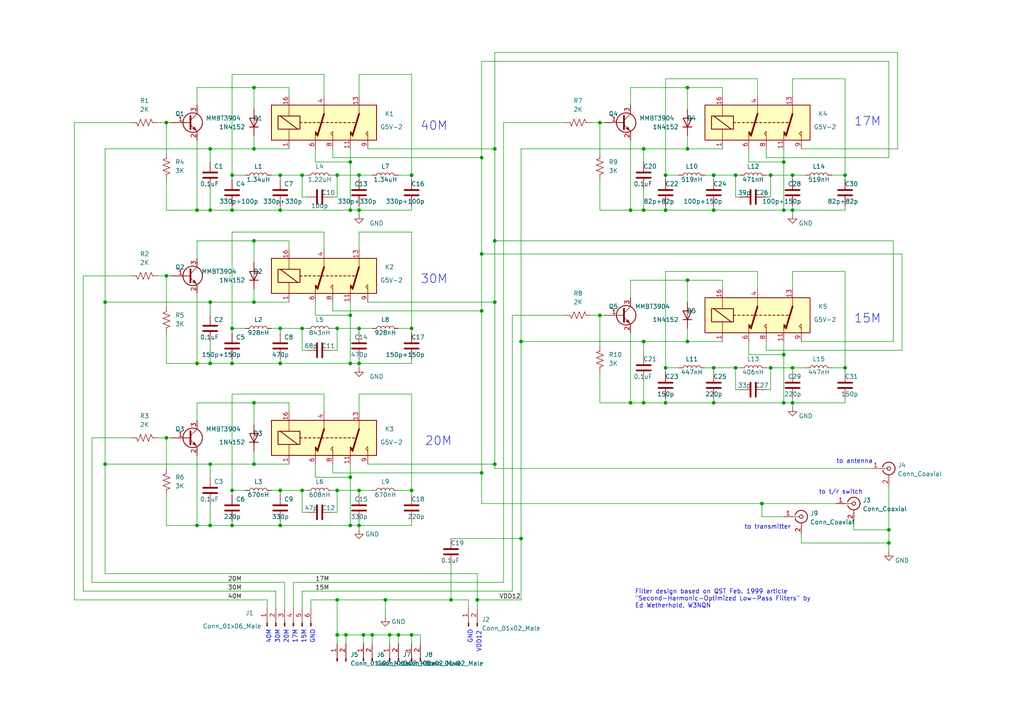
<source format=kicad_sch>
(kicad_sch (version 20211123) (generator eeschema)
  (paper "A4")
  (lib_symbols
    (symbol "Connector:Conn_01x02_Male" (pin_names (offset 1.016) hide)
      (property "Reference" "J" (at 0 2.54 0))
      (property "Value" "Conn_01x02_Male" (at 0 -5.08 0))
      (symbol "Conn_01x02_Male_1_1"
        (pin passive line (at 5.08 0 180) (length 3.81) (name "Pin_1") (number "1"))
        (pin passive line (at 5.08 -2.54 180) (length 3.81) (name "Pin_2") (number "2"))
      )
    )
    (symbol "Connector:Conn_01x06_Male" (pin_names (offset 1.016) hide)
      (property "Reference" "J" (at 0 7.62 0))
      (property "Value" "Conn_01x06_Male" (at 0 -10.16 0))
      (symbol "Conn_01x06_Male_1_1"
        (pin passive line (at 5.08 5.08 180) (length 3.81) (name "Pin_1") (number "1"))
        (pin passive line (at 5.08 2.54 180) (length 3.81) (name "Pin_2") (number "2"))
        (pin passive line (at 5.08 0 180) (length 3.81) (name "Pin_3") (number "3"))
        (pin passive line (at 5.08 -2.54 180) (length 3.81) (name "Pin_4") (number "4"))
        (pin passive line (at 5.08 -5.08 180) (length 3.81) (name "Pin_5") (number "5"))
        (pin passive line (at 5.08 -7.62 180) (length 3.81) (name "Pin_6") (number "6"))
      )
    )
    (symbol "Connector:Conn_Coaxial" (pin_names (offset 1.016) hide)
      (property "Reference" "J" (at 0.254 3.048 0))
      (property "Value" "Conn_Coaxial" (at 2.921 0 90))
      (symbol "Conn_Coaxial_1_1"
        (pin passive line (at -5.08 0 0) (length 2.54) (name "In") (number "1"))
        (pin passive line (at 0 -5.08 90) (length 2.54) (name "Ext") (number "2"))
      )
    )
    (symbol "Device:C" (pin_numbers hide) (pin_names (offset 0.254))
      (property "Reference" "C" (at 0.635 2.54 0))
      (property "Value" "C" (at 0.635 -2.54 0))
      (symbol "C_1_1"
        (pin passive line (at 0 3.81 270) (length 2.794) (name "~") (number "1"))
        (pin passive line (at 0 -3.81 90) (length 2.794) (name "~") (number "2"))
      )
    )
    (symbol "Device:D" (pin_numbers hide) (pin_names (offset 1.016) hide)
      (property "Reference" "D" (at 0 2.54 0))
      (property "Value" "D" (at 0 -2.54 0))
      (symbol "D_1_1"
        (pin passive line (at -3.81 0 0) (length 2.54) (name "K") (number "1"))
        (pin passive line (at 3.81 0 180) (length 2.54) (name "A") (number "2"))
      )
    )
    (symbol "Device:L" (pin_numbers hide) (pin_names (offset 1.016) hide)
      (property "Reference" "L" (at -1.27 0 90))
      (property "Value" "L" (at 1.905 0 90))
      (symbol "L_1_1"
        (pin passive line (at 0 3.81 270) (length 1.27) (name "1") (number "1"))
        (pin passive line (at 0 -3.81 90) (length 1.27) (name "2") (number "2"))
      )
    )
    (symbol "Device:Q_NPN_BEC" (pin_names (offset 0) hide)
      (property "Reference" "Q" (at 5.08 1.27 0))
      (property "Value" "Q_NPN_BEC" (at 5.08 -1.27 0))
      (symbol "Q_NPN_BEC_1_1"
        (pin input line (at -5.08 0 0) (length 5.715) (name "B") (number "1"))
        (pin passive line (at 2.54 -5.08 90) (length 2.54) (name "E") (number "2"))
        (pin passive line (at 2.54 5.08 270) (length 2.54) (name "C") (number "3"))
      )
    )
    (symbol "Device:R_US" (pin_numbers hide) (pin_names (offset 0))
      (property "Reference" "R" (at 2.54 0 90))
      (property "Value" "R_US" (at -2.54 0 90))
      (symbol "R_US_1_1"
        (pin passive line (at 0 3.81 270) (length 1.27) (name "~") (number "1"))
        (pin passive line (at 0 -3.81 90) (length 1.27) (name "~") (number "2"))
      )
    )
    (symbol "Relay:G5V-2"
      (property "Reference" "K" (at 16.51 3.81 0))
      (property "Value" "G5V-2" (at 16.51 1.27 0))
      (symbol "G5V-2_1_1"
        (pin passive line (at -10.16 7.62 270) (length 2.54) (name "~") (number "1"))
        (pin passive line (at 7.62 7.62 270) (length 2.54) (name "~") (number "11"))
        (pin passive line (at 10.16 -7.62 90) (length 2.54) (name "~") (number "13"))
        (pin passive line (at -10.16 -7.62 90) (length 2.54) (name "~") (number "16"))
        (pin passive line (at 0 -7.62 90) (length 2.54) (name "~") (number "4"))
        (pin passive line (at -2.54 7.62 270) (length 2.54) (name "~") (number "6"))
        (pin passive line (at 2.54 7.62 270) (length 2.54) (name "~") (number "8"))
        (pin passive line (at 12.7 7.62 270) (length 2.54) (name "~") (number "9"))
      )
    )
    (symbol "power:GND" (power) (pin_names (offset 0))
      (property "Value" "GND" (at 0 -3.81 0))
      (symbol "GND_1_1"
        (pin power_in line (at 0 0 270) (length 0) hide (name "GND") (number "1"))
      )
    )
  )
  (junction (at 30.48 87.63))
  (junction (at 67.31 95.25))
  (junction (at 207.01 50.8))
  (junction (at 193.04 60.96))
  (junction (at 101.6 138.43))
  (junction (at 115.57 184.15))
  (junction (at 81.28 50.8))
  (junction (at 223.52 50.8))
  (junction (at 182.88 116.84))
  (junction (at 193.04 106.68))
  (junction (at 73.66 87.63))
  (junction (at 143.51 43.18))
  (junction (at 143.51 87.63))
  (junction (at 73.66 43.18))
  (junction (at 186.69 43.18))
  (junction (at 227.33 60.96))
  (junction (at 81.28 142.24))
  (junction (at 104.14 95.25))
  (junction (at 87.63 95.25))
  (junction (at 104.14 50.8))
  (junction (at 207.01 116.84))
  (junction (at 81.28 105.41))
  (junction (at 229.87 116.84))
  (junction (at 186.69 60.96))
  (junction (at 257.81 153.67))
  (junction (at 113.03 184.15))
  (junction (at 97.79 95.25))
  (junction (at 245.11 106.68))
  (junction (at 199.39 43.18))
  (junction (at 81.28 152.4))
  (junction (at 67.31 105.41))
  (junction (at 73.66 134.62))
  (junction (at 193.04 116.84))
  (junction (at 67.31 142.24))
  (junction (at 60.96 87.63))
  (junction (at 101.6 60.96))
  (junction (at 207.01 60.96))
  (junction (at 73.66 25.4))
  (junction (at 173.99 91.44))
  (junction (at 186.69 99.06))
  (junction (at 151.13 156.21))
  (junction (at 60.96 105.41))
  (junction (at 48.26 35.56))
  (junction (at 107.95 184.15))
  (junction (at 139.7 137.16))
  (junction (at 104.14 152.4))
  (junction (at 101.6 152.4))
  (junction (at 101.6 46.99))
  (junction (at 229.87 106.68))
  (junction (at 67.31 152.4))
  (junction (at 139.7 90.17))
  (junction (at 257.81 157.48))
  (junction (at 143.51 69.85))
  (junction (at 143.51 134.62))
  (junction (at 101.6 105.41))
  (junction (at 173.99 35.56))
  (junction (at 182.88 60.96))
  (junction (at 60.96 152.4))
  (junction (at 104.14 105.41))
  (junction (at 97.79 142.24))
  (junction (at 229.87 60.96))
  (junction (at 67.31 50.8))
  (junction (at 87.63 50.8))
  (junction (at 97.79 50.8))
  (junction (at 97.79 173.99))
  (junction (at 57.15 60.96))
  (junction (at 60.96 60.96))
  (junction (at 138.43 173.99))
  (junction (at 67.31 60.96))
  (junction (at 81.28 60.96))
  (junction (at 97.79 184.15))
  (junction (at 229.87 50.8))
  (junction (at 199.39 25.4))
  (junction (at 105.41 184.15))
  (junction (at 193.04 50.8))
  (junction (at 119.38 95.25))
  (junction (at 60.96 43.18))
  (junction (at 87.63 142.24))
  (junction (at 73.66 69.85))
  (junction (at 48.26 127))
  (junction (at 101.6 91.44))
  (junction (at 220.98 146.05))
  (junction (at 100.33 184.15))
  (junction (at 130.81 173.99))
  (junction (at 199.39 99.06))
  (junction (at 57.15 105.41))
  (junction (at 81.28 95.25))
  (junction (at 119.38 184.15))
  (junction (at 223.52 106.68))
  (junction (at 227.33 102.87))
  (junction (at 227.33 46.99))
  (junction (at 111.76 173.99))
  (junction (at 245.11 50.8))
  (junction (at 30.48 134.62))
  (junction (at 213.36 106.68))
  (junction (at 119.38 50.8))
  (junction (at 104.14 60.96))
  (junction (at 57.15 152.4))
  (junction (at 119.38 142.24))
  (junction (at 186.69 116.84))
  (junction (at 213.36 50.8))
  (junction (at 139.7 73.66))
  (junction (at 139.7 45.72))
  (junction (at 73.66 116.84))
  (junction (at 227.33 116.84))
  (junction (at 48.26 80.01))
  (junction (at 207.01 106.68))
  (junction (at 199.39 81.28))
  (junction (at 104.14 142.24))
  (junction (at 60.96 134.62))
  (junction (at 151.13 99.06))
  (wire (pts (xy 229.87 106.68) (xy 229.87 107.95)))
  (wire (pts (xy 227.33 99.06) (xy 227.33 102.87)))
  (wire (pts (xy 100.33 184.15) (xy 97.79 184.15)))
  (wire (pts (xy 96.52 148.59) (xy 97.79 148.59)))
  (wire (pts (xy 90.17 176.53) (xy 90.17 173.99)))
  (wire (pts (xy 151.13 43.18) (xy 151.13 99.06)))
  (wire (pts (xy 245.11 59.69) (xy 245.11 60.96)))
  (wire (pts (xy 130.81 163.83) (xy 130.81 173.99)))
  (wire (pts (xy 83.82 69.85) (xy 83.82 72.39)))
  (wire (pts (xy 163.83 35.56) (xy 146.05 35.56)))
  (wire (pts (xy 38.1 80.01) (xy 24.13 80.01)))
  (wire (pts (xy 30.48 87.63) (xy 30.48 43.18)))
  (wire (pts (xy 135.89 176.53) (xy 135.89 173.99)))
  (wire (pts (xy 229.87 59.69) (xy 229.87 60.96)))
  (wire (pts (xy 101.6 152.4) (xy 104.14 152.4)))
  (wire (pts (xy 182.88 40.64) (xy 182.88 60.96)))
  (wire (pts (xy 67.31 50.8) (xy 67.31 52.07)))
  (wire (pts (xy 119.38 21.59) (xy 119.38 50.8)))
  (wire (pts (xy 71.12 142.24) (xy 67.31 142.24)))
  (wire (pts (xy 119.38 60.96) (xy 104.14 60.96)))
  (wire (pts (xy 207.01 50.8) (xy 204.47 50.8)))
  (wire (pts (xy 96.52 43.18) (xy 96.52 45.72)))
  (wire (pts (xy 119.38 21.59) (xy 104.14 21.59)))
  (wire (pts (xy 48.26 105.41) (xy 57.15 105.41)))
  (wire (pts (xy 219.71 22.86) (xy 219.71 27.94)))
  (wire (pts (xy 193.04 60.96) (xy 193.04 59.69)))
  (wire (pts (xy 48.26 143.51) (xy 48.26 152.4)))
  (wire (pts (xy 223.52 50.8) (xy 222.25 50.8)))
  (wire (pts (xy 87.63 57.15) (xy 87.63 50.8)))
  (wire (pts (xy 88.9 95.25) (xy 87.63 95.25)))
  (wire (pts (xy 91.44 134.62) (xy 91.44 138.43)))
  (wire (pts (xy 105.41 184.15) (xy 105.41 186.69)))
  (wire (pts (xy 96.52 90.17) (xy 139.7 90.17)))
  (wire (pts (xy 104.14 114.3) (xy 104.14 119.38)))
  (wire (pts (xy 88.9 50.8) (xy 87.63 50.8)))
  (wire (pts (xy 73.66 87.63) (xy 60.96 87.63)))
  (wire (pts (xy 30.48 134.62) (xy 30.48 166.37)))
  (wire (pts (xy 67.31 60.96) (xy 67.31 59.69)))
  (wire (pts (xy 83.82 134.62) (xy 73.66 134.62)))
  (wire (pts (xy 182.88 25.4) (xy 199.39 25.4)))
  (wire (pts (xy 57.15 85.09) (xy 57.15 105.41)))
  (wire (pts (xy 96.52 87.63) (xy 96.52 90.17)))
  (wire (pts (xy 207.01 106.68) (xy 204.47 106.68)))
  (wire (pts (xy 186.69 110.49) (xy 186.69 116.84)))
  (wire (pts (xy 97.79 184.15) (xy 97.79 186.69)))
  (wire (pts (xy 209.55 81.28) (xy 209.55 83.82)))
  (wire (pts (xy 229.87 22.86) (xy 229.87 27.94)))
  (wire (pts (xy 207.01 50.8) (xy 207.01 52.07)))
  (wire (pts (xy 101.6 43.18) (xy 101.6 46.99)))
  (wire (pts (xy 213.36 57.15) (xy 213.36 50.8)))
  (wire (pts (xy 173.99 52.07) (xy 173.99 60.96)))
  (wire (pts (xy 213.36 113.03) (xy 213.36 106.68)))
  (wire (pts (xy 113.03 184.15) (xy 113.03 186.69)))
  (wire (pts (xy 151.13 156.21) (xy 151.13 173.99)))
  (wire (pts (xy 186.69 43.18) (xy 186.69 46.99)))
  (wire (pts (xy 115.57 184.15) (xy 113.03 184.15)))
  (wire (pts (xy 97.79 57.15) (xy 97.79 50.8)))
  (wire (pts (xy 119.38 152.4) (xy 104.14 152.4)))
  (wire (pts (xy 245.11 107.95) (xy 245.11 106.68)))
  (wire (pts (xy 227.33 43.18) (xy 227.33 46.99)))
  (wire (pts (xy 227.33 46.99) (xy 217.17 46.99)))
  (wire (pts (xy 96.52 134.62) (xy 96.52 137.16)))
  (wire (pts (xy 48.26 88.9) (xy 48.26 80.01)))
  (wire (pts (xy 207.01 115.57) (xy 207.01 116.84)))
  (wire (pts (xy 193.04 116.84) (xy 193.04 115.57)))
  (wire (pts (xy 104.14 151.13) (xy 104.14 152.4)))
  (wire (pts (xy 222.25 57.15) (xy 223.52 57.15)))
  (wire (pts (xy 214.63 50.8) (xy 213.36 50.8)))
  (wire (pts (xy 67.31 105.41) (xy 67.31 104.14)))
  (wire (pts (xy 196.85 50.8) (xy 193.04 50.8)))
  (wire (pts (xy 261.62 101.6) (xy 222.25 101.6)))
  (wire (pts (xy 73.66 25.4) (xy 83.82 25.4)))
  (wire (pts (xy 97.79 142.24) (xy 96.52 142.24)))
  (wire (pts (xy 101.6 46.99) (xy 101.6 60.96)))
  (wire (pts (xy 245.11 78.74) (xy 229.87 78.74)))
  (wire (pts (xy 209.55 99.06) (xy 199.39 99.06)))
  (wire (pts (xy 73.66 134.62) (xy 60.96 134.62)))
  (wire (pts (xy 245.11 22.86) (xy 245.11 50.8)))
  (wire (pts (xy 67.31 67.31) (xy 93.98 67.31)))
  (wire (pts (xy 57.15 132.08) (xy 57.15 152.4)))
  (wire (pts (xy 245.11 22.86) (xy 229.87 22.86)))
  (wire (pts (xy 186.69 99.06) (xy 186.69 102.87)))
  (wire (pts (xy 182.88 30.48) (xy 182.88 25.4)))
  (wire (pts (xy 100.33 184.15) (xy 100.33 186.69)))
  (wire (pts (xy 173.99 44.45) (xy 173.99 35.56)))
  (wire (pts (xy 182.88 86.36) (xy 182.88 81.28)))
  (wire (pts (xy 143.51 15.24) (xy 143.51 43.18)))
  (wire (pts (xy 81.28 152.4) (xy 101.6 152.4)))
  (wire (pts (xy 143.51 87.63) (xy 143.51 134.62)))
  (wire (pts (xy 81.28 104.14) (xy 81.28 105.41)))
  (wire (pts (xy 186.69 116.84) (xy 193.04 116.84)))
  (wire (pts (xy 220.98 146.05) (xy 242.57 146.05)))
  (wire (pts (xy 38.1 35.56) (xy 21.59 35.56)))
  (wire (pts (xy 186.69 54.61) (xy 186.69 60.96)))
  (wire (pts (xy 24.13 171.45) (xy 80.01 171.45)))
  (wire (pts (xy 173.99 107.95) (xy 173.99 116.84)))
  (wire (pts (xy 227.33 102.87) (xy 217.17 102.87)))
  (wire (pts (xy 209.55 43.18) (xy 199.39 43.18)))
  (wire (pts (xy 196.85 106.68) (xy 193.04 106.68)))
  (wire (pts (xy 38.1 127) (xy 26.67 127)))
  (wire (pts (xy 67.31 67.31) (xy 67.31 95.25)))
  (wire (pts (xy 57.15 116.84) (xy 73.66 116.84)))
  (wire (pts (xy 163.83 91.44) (xy 148.59 91.44)))
  (wire (pts (xy 146.05 35.56) (xy 146.05 168.91)))
  (wire (pts (xy 143.51 43.18) (xy 143.51 69.85)))
  (wire (pts (xy 229.87 115.57) (xy 229.87 116.84)))
  (wire (pts (xy 24.13 80.01) (xy 24.13 171.45)))
  (wire (pts (xy 104.14 95.25) (xy 97.79 95.25)))
  (wire (pts (xy 73.66 134.62) (xy 73.66 130.81)))
  (wire (pts (xy 213.36 106.68) (xy 207.01 106.68)))
  (wire (pts (xy 182.88 81.28) (xy 199.39 81.28)))
  (wire (pts (xy 219.71 78.74) (xy 219.71 83.82)))
  (wire (pts (xy 67.31 21.59) (xy 93.98 21.59)))
  (wire (pts (xy 139.7 17.78) (xy 257.81 17.78)))
  (wire (pts (xy 88.9 148.59) (xy 87.63 148.59)))
  (wire (pts (xy 104.14 60.96) (xy 101.6 60.96)))
  (wire (pts (xy 247.65 151.13) (xy 247.65 153.67)))
  (wire (pts (xy 115.57 184.15) (xy 115.57 186.69)))
  (wire (pts (xy 81.28 50.8) (xy 78.74 50.8)))
  (wire (pts (xy 104.14 95.25) (xy 104.14 96.52)))
  (wire (pts (xy 96.52 137.16) (xy 139.7 137.16)))
  (wire (pts (xy 199.39 87.63) (xy 199.39 81.28)))
  (wire (pts (xy 139.7 90.17) (xy 139.7 137.16)))
  (wire (pts (xy 143.51 69.85) (xy 259.08 69.85)))
  (wire (pts (xy 214.63 113.03) (xy 213.36 113.03)))
  (wire (pts (xy 107.95 184.15) (xy 105.41 184.15)))
  (wire (pts (xy 186.69 60.96) (xy 193.04 60.96)))
  (wire (pts (xy 227.33 149.86) (xy 220.98 149.86)))
  (wire (pts (xy 104.14 50.8) (xy 97.79 50.8)))
  (wire (pts (xy 60.96 134.62) (xy 60.96 138.43)))
  (wire (pts (xy 77.47 173.99) (xy 77.47 176.53)))
  (wire (pts (xy 130.81 173.99) (xy 111.76 173.99)))
  (wire (pts (xy 107.95 95.25) (xy 104.14 95.25)))
  (wire (pts (xy 97.79 173.99) (xy 111.76 173.99)))
  (wire (pts (xy 119.38 184.15) (xy 119.38 186.69)))
  (wire (pts (xy 60.96 87.63) (xy 60.96 91.44)))
  (wire (pts (xy 148.59 171.45) (xy 87.63 171.45)))
  (wire (pts (xy 259.08 69.85) (xy 259.08 99.06)))
  (wire (pts (xy 139.7 45.72) (xy 139.7 73.66)))
  (wire (pts (xy 73.66 43.18) (xy 60.96 43.18)))
  (wire (pts (xy 143.51 69.85) (xy 143.51 87.63)))
  (wire (pts (xy 207.01 60.96) (xy 193.04 60.96)))
  (wire (pts (xy 96.52 45.72) (xy 139.7 45.72)))
  (wire (pts (xy 151.13 173.99) (xy 138.43 173.99)))
  (wire (pts (xy 257.81 140.97) (xy 257.81 153.67)))
  (wire (pts (xy 81.28 50.8) (xy 81.28 52.07)))
  (wire (pts (xy 193.04 106.68) (xy 193.04 107.95)))
  (wire (pts (xy 217.17 102.87) (xy 217.17 99.06)))
  (wire (pts (xy 257.81 153.67) (xy 257.81 157.48)))
  (wire (pts (xy 121.92 184.15) (xy 119.38 184.15)))
  (wire (pts (xy 88.9 57.15) (xy 87.63 57.15)))
  (wire (pts (xy 104.14 105.41) (xy 101.6 105.41)))
  (wire (pts (xy 104.14 59.69) (xy 104.14 60.96)))
  (wire (pts (xy 60.96 99.06) (xy 60.96 105.41)))
  (wire (pts (xy 245.11 50.8) (xy 241.3 50.8)))
  (wire (pts (xy 222.25 113.03) (xy 223.52 113.03)))
  (wire (pts (xy 30.48 134.62) (xy 30.48 87.63)))
  (wire (pts (xy 81.28 59.69) (xy 81.28 60.96)))
  (wire (pts (xy 119.38 67.31) (xy 104.14 67.31)))
  (wire (pts (xy 222.25 101.6) (xy 222.25 99.06)))
  (wire (pts (xy 151.13 99.06) (xy 186.69 99.06)))
  (wire (pts (xy 106.68 43.18) (xy 143.51 43.18)))
  (wire (pts (xy 101.6 46.99) (xy 91.44 46.99)))
  (wire (pts (xy 106.68 87.63) (xy 143.51 87.63)))
  (wire (pts (xy 119.38 95.25) (xy 115.57 95.25)))
  (wire (pts (xy 80.01 171.45) (xy 80.01 176.53)))
  (wire (pts (xy 111.76 173.99) (xy 111.76 179.07)))
  (wire (pts (xy 223.52 57.15) (xy 223.52 50.8)))
  (wire (pts (xy 91.44 91.44) (xy 91.44 87.63)))
  (wire (pts (xy 104.14 142.24) (xy 97.79 142.24)))
  (wire (pts (xy 101.6 91.44) (xy 91.44 91.44)))
  (wire (pts (xy 87.63 95.25) (xy 81.28 95.25)))
  (wire (pts (xy 93.98 21.59) (xy 93.98 27.94)))
  (wire (pts (xy 207.01 106.68) (xy 207.01 107.95)))
  (wire (pts (xy 81.28 60.96) (xy 67.31 60.96)))
  (wire (pts (xy 101.6 87.63) (xy 101.6 91.44)))
  (wire (pts (xy 199.39 99.06) (xy 186.69 99.06)))
  (wire (pts (xy 21.59 35.56) (xy 21.59 173.99)))
  (wire (pts (xy 107.95 50.8) (xy 104.14 50.8)))
  (wire (pts (xy 107.95 142.24) (xy 104.14 142.24)))
  (wire (pts (xy 229.87 106.68) (xy 223.52 106.68)))
  (wire (pts (xy 260.35 15.24) (xy 260.35 43.18)))
  (wire (pts (xy 96.52 57.15) (xy 97.79 57.15)))
  (wire (pts (xy 81.28 142.24) (xy 81.28 143.51)))
  (wire (pts (xy 227.33 60.96) (xy 207.01 60.96)))
  (wire (pts (xy 260.35 43.18) (xy 232.41 43.18)))
  (wire (pts (xy 73.66 123.19) (xy 73.66 116.84)))
  (wire (pts (xy 104.14 67.31) (xy 104.14 72.39)))
  (wire (pts (xy 91.44 138.43) (xy 101.6 138.43)))
  (wire (pts (xy 30.48 87.63) (xy 60.96 87.63)))
  (wire (pts (xy 119.38 50.8) (xy 115.57 50.8)))
  (wire (pts (xy 119.38 104.14) (xy 119.38 105.41)))
  (wire (pts (xy 193.04 22.86) (xy 193.04 50.8)))
  (wire (pts (xy 96.52 101.6) (xy 97.79 101.6)))
  (wire (pts (xy 81.28 105.41) (xy 67.31 105.41)))
  (wire (pts (xy 138.43 166.37) (xy 138.43 173.99)))
  (wire (pts (xy 57.15 105.41) (xy 60.96 105.41)))
  (wire (pts (xy 121.92 186.69) (xy 121.92 184.15)))
  (wire (pts (xy 119.38 105.41) (xy 104.14 105.41)))
  (wire (pts (xy 67.31 142.24) (xy 67.31 143.51)))
  (wire (pts (xy 245.11 116.84) (xy 229.87 116.84)))
  (wire (pts (xy 193.04 78.74) (xy 193.04 106.68)))
  (wire (pts (xy 229.87 50.8) (xy 223.52 50.8)))
  (wire (pts (xy 67.31 152.4) (xy 67.31 151.13)))
  (wire (pts (xy 60.96 43.18) (xy 60.96 46.99)))
  (wire (pts (xy 227.33 46.99) (xy 227.33 60.96)))
  (wire (pts (xy 82.55 168.91) (xy 82.55 176.53)))
  (wire (pts (xy 49.53 35.56) (xy 48.26 35.56)))
  (wire (pts (xy 223.52 113.03) (xy 223.52 106.68)))
  (wire (pts (xy 193.04 22.86) (xy 219.71 22.86)))
  (wire (pts (xy 73.66 31.75) (xy 73.66 25.4)))
  (wire (pts (xy 119.38 67.31) (xy 119.38 95.25)))
  (wire (pts (xy 97.79 173.99) (xy 97.79 184.15)))
  (wire (pts (xy 71.12 50.8) (xy 67.31 50.8)))
  (wire (pts (xy 229.87 116.84) (xy 229.87 118.11)))
  (wire (pts (xy 233.68 50.8) (xy 229.87 50.8)))
  (wire (pts (xy 104.14 50.8) (xy 104.14 52.07)))
  (wire (pts (xy 57.15 40.64) (xy 57.15 60.96)))
  (wire (pts (xy 143.51 134.62) (xy 143.51 135.89)))
  (wire (pts (xy 229.87 78.74) (xy 229.87 83.82)))
  (wire (pts (xy 67.31 114.3) (xy 67.31 142.24)))
  (wire (pts (xy 101.6 134.62) (xy 101.6 138.43)))
  (wire (pts (xy 67.31 114.3) (xy 93.98 114.3)))
  (wire (pts (xy 232.41 154.94) (xy 232.41 157.48)))
  (wire (pts (xy 104.14 104.14) (xy 104.14 105.41)))
  (wire (pts (xy 119.38 143.51) (xy 119.38 142.24)))
  (wire (pts (xy 81.28 95.25) (xy 78.74 95.25)))
  (wire (pts (xy 97.79 50.8) (xy 96.52 50.8)))
  (wire (pts (xy 135.89 173.99) (xy 130.81 173.99)))
  (wire (pts (xy 83.82 116.84) (xy 83.82 119.38)))
  (wire (pts (xy 48.26 135.89) (xy 48.26 127)))
  (wire (pts (xy 60.96 105.41) (xy 67.31 105.41)))
  (wire (pts (xy 222.25 45.72) (xy 222.25 43.18)))
  (wire (pts (xy 83.82 87.63) (xy 73.66 87.63)))
  (wire (pts (xy 227.33 116.84) (xy 207.01 116.84)))
  (wire (pts (xy 139.7 146.05) (xy 220.98 146.05)))
  (wire (pts (xy 97.79 95.25) (xy 96.52 95.25)))
  (wire (pts (xy 261.62 73.66) (xy 261.62 101.6)))
  (wire (pts (xy 93.98 67.31) (xy 93.98 72.39)))
  (wire (pts (xy 143.51 15.24) (xy 260.35 15.24)))
  (wire (pts (xy 48.26 127) (xy 45.72 127)))
  (wire (pts (xy 93.98 114.3) (xy 93.98 119.38)))
  (wire (pts (xy 148.59 91.44) (xy 148.59 171.45)))
  (wire (pts (xy 139.7 17.78) (xy 139.7 45.72)))
  (wire (pts (xy 229.87 50.8) (xy 229.87 52.07)))
  (wire (pts (xy 73.66 76.2) (xy 73.66 69.85)))
  (wire (pts (xy 30.48 43.18) (xy 60.96 43.18)))
  (wire (pts (xy 57.15 30.48) (xy 57.15 25.4)))
  (wire (pts (xy 26.67 127) (xy 26.67 168.91)))
  (wire (pts (xy 229.87 60.96) (xy 227.33 60.96)))
  (wire (pts (xy 199.39 43.18) (xy 199.39 39.37)))
  (wire (pts (xy 119.38 96.52) (xy 119.38 95.25)))
  (wire (pts (xy 214.63 57.15) (xy 213.36 57.15)))
  (wire (pts (xy 71.12 95.25) (xy 67.31 95.25)))
  (wire (pts (xy 119.38 52.07) (xy 119.38 50.8)))
  (wire (pts (xy 91.44 46.99) (xy 91.44 43.18)))
  (wire (pts (xy 81.28 151.13) (xy 81.28 152.4)))
  (wire (pts (xy 199.39 81.28) (xy 209.55 81.28)))
  (wire (pts (xy 223.52 106.68) (xy 222.25 106.68)))
  (wire (pts (xy 214.63 106.68) (xy 213.36 106.68)))
  (wire (pts (xy 21.59 173.99) (xy 77.47 173.99)))
  (wire (pts (xy 48.26 152.4) (xy 57.15 152.4)))
  (wire (pts (xy 73.66 43.18) (xy 73.66 39.37)))
  (wire (pts (xy 113.03 184.15) (xy 107.95 184.15)))
  (wire (pts (xy 247.65 153.67) (xy 257.81 153.67)))
  (wire (pts (xy 87.63 148.59) (xy 87.63 142.24)))
  (wire (pts (xy 139.7 137.16) (xy 139.7 146.05)))
  (wire (pts (xy 48.26 52.07) (xy 48.26 60.96)))
  (wire (pts (xy 30.48 166.37) (xy 138.43 166.37)))
  (wire (pts (xy 199.39 99.06) (xy 199.39 95.25)))
  (wire (pts (xy 81.28 152.4) (xy 67.31 152.4)))
  (wire (pts (xy 57.15 25.4) (xy 73.66 25.4)))
  (wire (pts (xy 207.01 59.69) (xy 207.01 60.96)))
  (wire (pts (xy 57.15 121.92) (xy 57.15 116.84)))
  (wire (pts (xy 193.04 78.74) (xy 219.71 78.74)))
  (wire (pts (xy 143.51 135.89) (xy 252.73 135.89)))
  (wire (pts (xy 229.87 60.96) (xy 229.87 62.23)))
  (wire (pts (xy 87.63 171.45) (xy 87.63 176.53)))
  (wire (pts (xy 88.9 101.6) (xy 87.63 101.6)))
  (wire (pts (xy 245.11 60.96) (xy 229.87 60.96)))
  (wire (pts (xy 175.26 91.44) (xy 173.99 91.44)))
  (wire (pts (xy 217.17 46.99) (xy 217.17 43.18)))
  (wire (pts (xy 139.7 73.66) (xy 261.62 73.66)))
  (wire (pts (xy 107.95 184.15) (xy 107.95 186.69)))
  (wire (pts (xy 101.6 91.44) (xy 101.6 105.41)))
  (wire (pts (xy 173.99 35.56) (xy 171.45 35.56)))
  (wire (pts (xy 119.38 114.3) (xy 119.38 142.24)))
  (wire (pts (xy 173.99 60.96) (xy 182.88 60.96)))
  (wire (pts (xy 81.28 142.24) (xy 78.74 142.24)))
  (wire (pts (xy 97.79 148.59) (xy 97.79 142.24)))
  (wire (pts (xy 73.66 116.84) (xy 83.82 116.84)))
  (wire (pts (xy 48.26 60.96) (xy 57.15 60.96)))
  (wire (pts (xy 57.15 60.96) (xy 60.96 60.96)))
  (wire (pts (xy 146.05 168.91) (xy 85.09 168.91)))
  (wire (pts (xy 48.26 96.52) (xy 48.26 105.41)))
  (wire (pts (xy 257.81 17.78) (xy 257.81 45.72)))
  (wire (pts (xy 104.14 21.59) (xy 104.14 27.94)))
  (wire (pts (xy 48.26 44.45) (xy 48.26 35.56)))
  (wire (pts (xy 173.99 91.44) (xy 171.45 91.44)))
  (wire (pts (xy 175.26 35.56) (xy 173.99 35.56)))
  (wire (pts (xy 182.88 116.84) (xy 186.69 116.84)))
  (wire (pts (xy 119.38 184.15) (xy 115.57 184.15)))
  (wire (pts (xy 104.14 142.24) (xy 104.14 143.51)))
  (wire (pts (xy 119.38 142.24) (xy 115.57 142.24)))
  (wire (pts (xy 97.79 101.6) (xy 97.79 95.25)))
  (wire (pts (xy 104.14 105.41) (xy 104.14 106.68)))
  (wire (pts (xy 30.48 134.62) (xy 60.96 134.62)))
  (wire (pts (xy 73.66 87.63) (xy 73.66 83.82)))
  (wire (pts (xy 245.11 52.07) (xy 245.11 50.8)))
  (wire (pts (xy 151.13 43.18) (xy 186.69 43.18)))
  (wire (pts (xy 49.53 127) (xy 48.26 127)))
  (wire (pts (xy 199.39 25.4) (xy 209.55 25.4)))
  (wire (pts (xy 83.82 43.18) (xy 73.66 43.18)))
  (wire (pts (xy 139.7 73.66) (xy 139.7 90.17)))
  (wire (pts (xy 57.15 69.85) (xy 73.66 69.85)))
  (wire (pts (xy 67.31 95.25) (xy 67.31 96.52)))
  (wire (pts (xy 105.41 184.15) (xy 100.33 184.15)))
  (wire (pts (xy 60.96 146.05) (xy 60.96 152.4)))
  (wire (pts (xy 101.6 138.43) (xy 101.6 152.4)))
  (wire (pts (xy 81.28 95.25) (xy 81.28 96.52)))
  (wire (pts (xy 87.63 142.24) (xy 81.28 142.24)))
  (wire (pts (xy 233.68 106.68) (xy 229.87 106.68)))
  (wire (pts (xy 26.67 168.91) (xy 82.55 168.91)))
  (wire (pts (xy 173.99 100.33) (xy 173.99 91.44)))
  (wire (pts (xy 229.87 116.84) (xy 227.33 116.84)))
  (wire (pts (xy 57.15 152.4) (xy 60.96 152.4)))
  (wire (pts (xy 57.15 74.93) (xy 57.15 69.85)))
  (wire (pts (xy 207.01 116.84) (xy 193.04 116.84)))
  (wire (pts (xy 88.9 142.24) (xy 87.63 142.24)))
  (wire (pts (xy 245.11 106.68) (xy 241.3 106.68)))
  (wire (pts (xy 151.13 99.06) (xy 151.13 156.21)))
  (wire (pts (xy 60.96 152.4) (xy 67.31 152.4)))
  (wire (pts (xy 87.63 101.6) (xy 87.63 95.25)))
  (wire (pts (xy 193.04 50.8) (xy 193.04 52.07)))
  (wire (pts (xy 106.68 134.62) (xy 143.51 134.62)))
  (wire (pts (xy 104.14 152.4) (xy 104.14 153.67)))
  (wire (pts (xy 101.6 105.41) (xy 81.28 105.41)))
  (wire (pts (xy 199.39 31.75) (xy 199.39 25.4)))
  (wire (pts (xy 104.14 60.96) (xy 104.14 62.23)))
  (wire (pts (xy 67.31 21.59) (xy 67.31 50.8)))
  (wire (pts (xy 182.88 60.96) (xy 186.69 60.96)))
  (wire (pts (xy 213.36 50.8) (xy 207.01 50.8)))
  (wire (pts (xy 227.33 102.87) (xy 227.33 116.84)))
  (wire (pts (xy 245.11 78.74) (xy 245.11 106.68)))
  (wire (pts (xy 87.63 50.8) (xy 81.28 50.8)))
  (wire (pts (xy 101.6 60.96) (xy 81.28 60.96)))
  (wire (pts (xy 90.17 173.99) (xy 97.79 173.99)))
  (wire (pts (xy 130.81 156.21) (xy 151.13 156.21)))
  (wire (pts (xy 257.81 157.48) (xy 257.81 160.02)))
  (wire (pts (xy 119.38 151.13) (xy 119.38 152.4)))
  (wire (pts (xy 48.26 80.01) (xy 45.72 80.01)))
  (wire (pts (xy 83.82 25.4) (xy 83.82 27.94)))
  (wire (pts (xy 209.55 25.4) (xy 209.55 27.94)))
  (wire (pts (xy 60.96 54.61) (xy 60.96 60.96)))
  (wire (pts (xy 259.08 99.06) (xy 232.41 99.06)))
  (wire (pts (xy 199.39 43.18) (xy 186.69 43.18)))
  (wire (pts (xy 232.41 157.48) (xy 257.81 157.48)))
  (wire (pts (xy 138.43 173.99) (xy 138.43 176.53)))
  (wire (pts (xy 49.53 80.01) (xy 48.26 80.01)))
  (wire (pts (xy 245.11 115.57) (xy 245.11 116.84)))
  (wire (pts (xy 173.99 116.84) (xy 182.88 116.84)))
  (wire (pts (xy 119.38 59.69) (xy 119.38 60.96)))
  (wire (pts (xy 257.81 45.72) (xy 222.25 45.72)))
  (wire (pts (xy 182.88 96.52) (xy 182.88 116.84)))
  (wire (pts (xy 85.09 168.91) (xy 85.09 176.53)))
  (wire (pts (xy 73.66 69.85) (xy 83.82 69.85)))
  (wire (pts (xy 220.98 149.86) (xy 220.98 146.05)))
  (wire (pts (xy 60.96 60.96) (xy 67.31 60.96)))
  (wire (pts (xy 119.38 114.3) (xy 104.14 114.3)))
  (wire (pts (xy 48.26 35.56) (xy 45.72 35.56)))
  (text "15M" (at 88.9 186.69 90) (effects (font (size 1.27 1.27)) (justify left bottom)))
  (text "20M" (at 123.19 129.54 0) (effects (font (size 2.54 2.54)) (justify left bottom)))
  (text "15M" (at 247.65 93.98 0) (effects (font (size 2.54 2.54)) (justify left bottom)))
  (text "to t/r switch" (at 237.49 143.51 0) (effects (font (size 1.27 1.27)) (justify left bottom)))
  (text "GND" (at 91.44 186.69 90) (effects (font (size 1.27 1.27)) (justify left bottom)))
  (text "to antenna" (at 242.57 134.62 0) (effects (font (size 1.27 1.27)) (justify left bottom)))
  (text "40M" (at 78.74 186.69 90) (effects (font (size 1.27 1.27)) (justify left bottom)))
  (text "to transmitter" (at 215.9 153.67 0) (effects (font (size 1.27 1.27)) (justify left bottom)))
  (text "17M" (at 247.65 36.83 0) (effects (font (size 2.54 2.54)) (justify left bottom)))
  (text "20M" (at 83.82 186.69 90) (effects (font (size 1.27 1.27)) (justify left bottom)))
  (text "30M" (at 121.92 82.55 0) (effects (font (size 2.54 2.54)) (justify left bottom)))
  (text "17M" (at 86.36 186.69 90) (effects (font (size 1.27 1.27)) (justify left bottom)))
  (text "40M" (at 121.92 38.1 0) (effects (font (size 2.54 2.54)) (justify left bottom)))
  (text "30M" (at 81.28 186.69 90) (effects (font (size 1.27 1.27)) (justify left bottom)))
  (text "GND" (at 137.16 186.69 90) (effects (font (size 1.27 1.27)) (justify left bottom)))
  (text "Filter design based on QST Feb. 1999 article\n\"Second-Harmonic-Optimized Low-Pass Filters\" by\nEd Wetherhold, W3NQN" (at 184.15 176.53 0) (effects (font (size 1.27 1.27)) (justify left bottom)))
  (text "VDD12" (at 139.7 189.23 90) (effects (font (size 1.27 1.27)) (justify left bottom)))
  (label "17M" (at 91.44 168.91 0))
  (label "15M" (at 91.44 171.45 0))
  (label "40M" (at 66.04 173.99 0))
  (label "VDD12" (at 144.78 173.99 0))
  (label "30M" (at 66.04 171.45 0))
  (label "20M" (at 66.04 168.91 0))
  (symbol (lib_id "Device:C") (at 60.96 95.25 0) (mirror y) (unit 1)
    (property "Reference" "C2" (at 64.77 92.71 0) (effects (justify left)))
    (property "Value" "0.1uF" (at 63.5 97.79 0) (effects (justify left)))
    (property "Footprint" "Capacitor_SMD:C_0603_1608Metric_Pad1.08x0.95mm_HandSolder" (effects hide))
  )
  (symbol (lib_id "Device:C") (at 81.28 147.32 0) (mirror y) (unit 1)
    (property "Reference" "C9" (at 85.09 144.78 0) (effects (justify left)))
    (property "Value" "330p" (at 83.82 149.86 0) (effects (justify left)))
    (property "Footprint" "Capacitor_SMD:C_0805_2012Metric_Pad1.18x1.45mm_HandSolder" (effects hide))
  )
  (symbol (lib_id "Device:L") (at 92.71 95.25 270) (mirror x) (unit 1)
    (property "Reference" "L5" (at 92.71 92.71 90))
    (property "Value" "843nH" (at 92.71 96.52 90))
    (property "Footprint" "Inductor_THT:L_Toroid_Vertical_L13.0mm_W6.5mm_P5.60mm" (effects hide))
  )
  (symbol (lib_id "Device:C") (at 81.28 100.33 0) (mirror y) (unit 1)
    (property "Reference" "C8" (at 85.09 97.79 0) (effects (justify left)))
    (property "Value" "470p" (at 83.82 102.87 0) (effects (justify left)))
    (property "Footprint" "Capacitor_SMD:C_0805_2012Metric_Pad1.18x1.45mm_HandSolder" (effects hide))
  )
  (symbol (lib_id "Device:C") (at 60.96 142.24 0) (mirror y) (unit 1)
    (property "Reference" "C3" (at 64.77 139.7 0) (effects (justify left)))
    (property "Value" "0.1uF" (at 63.5 144.78 0) (effects (justify left)))
    (property "Footprint" "Capacitor_SMD:C_0603_1608Metric_Pad1.08x0.95mm_HandSolder" (effects hide))
  )
  (symbol (lib_id "Device:C") (at 245.11 55.88 0) (mirror y) (unit 1)
    (property "Reference" "C30" (at 248.92 53.34 0) (effects (justify left)))
    (property "Value" "82p+82p" (at 248.92 58.42 0) (effects (justify left)))
    (property "Footprint" "Capacitor_SMD:C_0805_2012Metric_Pad1.18x1.45mm_HandSolder" (effects hide))
  )
  (symbol (lib_id "Device:Q_NPN_BEC") (at 180.34 35.56 0) (unit 1)
    (property "Reference" "Q4" (at 176.53 33.02 0) (effects (justify left)))
    (property "Value" "MMBT3904" (at 185.42 34.29 0) (effects (justify left)))
    (property "Footprint" "Package_TO_SOT_SMD:SOT-23" (effects hide))
  )
  (symbol (lib_id "Device:Q_NPN_BEC") (at 54.61 127 0) (unit 1)
    (property "Reference" "Q3" (at 50.8 124.46 0) (effects (justify left)))
    (property "Value" "MMBT3904" (at 59.69 124.46 0) (effects (justify left)))
    (property "Footprint" "Package_TO_SOT_SMD:SOT-23" (effects hide))
  )
  (symbol (lib_id "power:GND") (at 104.14 62.23 0) (mirror y) (unit 1)
    (property "Reference" "#PWR01" (effects hide))
    (property "Value" "GND" (at 109.22 64.77 0))
  )
  (symbol (lib_id "Relay:G5V-2") (at 93.98 127 0) (mirror x) (unit 1)
    (property "Reference" "K3" (at 114.3 124.46 0) (effects (justify right)))
    (property "Value" "G5V-2" (at 116.84 128.27 0) (effects (justify right)))
    (property "Footprint" "Relay_THT:Relay_DPDT_Omron_G5V-2" (effects hide))
    (property "Datasheet" "http://omronfs.omron.com/en_US/ecb/products/pdf/en-g5v_2.pdf" (effects hide))
  )
  (symbol (lib_id "power:GND") (at 104.14 106.68 0) (mirror y) (unit 1)
    (property "Reference" "#PWR02" (effects hide))
    (property "Value" "GND" (at 109.22 109.22 0))
  )
  (symbol (lib_id "power:GND") (at 111.76 179.07 0) (mirror y) (unit 1)
    (property "Reference" "#PWR04" (effects hide))
    (property "Value" "GND" (at 115.57 180.34 0))
  )
  (symbol (lib_id "Connector:Conn_Coaxial") (at 232.41 149.86 0) (unit 1)
    (property "Reference" "J9" (at 234.95 148.8831 0) (effects (justify left)))
    (property "Value" "Conn_Coaxial" (at 234.95 151.4231 0) (effects (justify left)))
    (property "Footprint" "Connector_Coaxial:SMA_Samtec_SMA-J-P-X-ST-EM1_EdgeMount" (effects hide))
    (property "Datasheet" " ~" (effects hide))
  )
  (symbol (lib_id "Device:C") (at 92.71 57.15 270) (mirror x) (unit 1)
    (property "Reference" "C10" (at 95.25 55.88 90))
    (property "Value" "100p" (at 92.71 59.69 90))
    (property "Footprint" "Capacitor_SMD:C_0805_2012Metric_Pad1.18x1.45mm_HandSolder" (effects hide))
  )
  (symbol (lib_id "Device:C") (at 67.31 147.32 0) (mirror y) (unit 1)
    (property "Reference" "C6" (at 71.12 144.78 0) (effects (justify left)))
    (property "Value" "220p" (at 69.85 149.86 0) (effects (justify left)))
    (property "Footprint" "Capacitor_SMD:C_0805_2012Metric_Pad1.18x1.45mm_HandSolder" (effects hide))
  )
  (symbol (lib_id "Connector:Conn_Coaxial") (at 257.81 135.89 0) (unit 1)
    (property "Reference" "J4" (at 260.35 134.9131 0) (effects (justify left)))
    (property "Value" "Conn_Coaxial" (at 260.35 137.4531 0) (effects (justify left)))
    (property "Footprint" "Connector_Coaxial:SMA_Samtec_SMA-J-P-X-ST-EM1_EdgeMount" (effects hide))
    (property "Datasheet" " ~" (effects hide))
  )
  (symbol (lib_id "Device:Q_NPN_BEC") (at 54.61 35.56 0) (unit 1)
    (property "Reference" "Q1" (at 50.8 33.02 0) (effects (justify left)))
    (property "Value" "MMBT3904" (at 59.69 34.29 0) (effects (justify left)))
    (property "Footprint" "Package_TO_SOT_SMD:SOT-23" (effects hide))
  )
  (symbol (lib_id "Device:C") (at 207.01 111.76 0) (mirror y) (unit 1)
    (property "Reference" "C25" (at 210.82 109.22 0) (effects (justify left)))
    (property "Value" "220p" (at 209.55 114.3 0) (effects (justify left)))
    (property "Footprint" "Capacitor_SMD:C_0805_2012Metric_Pad1.18x1.45mm_HandSolder" (effects hide))
  )
  (symbol (lib_id "Device:L") (at 237.49 106.68 270) (mirror x) (unit 1)
    (property "Reference" "L15" (at 237.49 104.14 90))
    (property "Value" "447nH" (at 237.49 107.95 90))
    (property "Footprint" "Inductor_THT:L_Toroid_Vertical_L13.0mm_W6.5mm_P5.60mm" (effects hide))
  )
  (symbol (lib_id "Relay:G5V-2") (at 219.71 91.44 0) (mirror x) (unit 1)
    (property "Reference" "K5" (at 240.03 88.9 0) (effects (justify right)))
    (property "Value" "G5V-2" (at 242.57 92.71 0) (effects (justify right)))
    (property "Footprint" "Relay_THT:Relay_DPDT_Omron_G5V-2" (effects hide))
    (property "Datasheet" "http://omronfs.omron.com/en_US/ecb/products/pdf/en-g5v_2.pdf" (effects hide))
  )
  (symbol (lib_id "Relay:G5V-2") (at 93.98 80.01 0) (mirror x) (unit 1)
    (property "Reference" "K2" (at 114.3 77.47 0) (effects (justify right)))
    (property "Value" "G5V-2" (at 116.84 81.28 0) (effects (justify right)))
    (property "Footprint" "Relay_THT:Relay_DPDT_Omron_G5V-2" (effects hide))
    (property "Datasheet" "http://omronfs.omron.com/en_US/ecb/products/pdf/en-g5v_2.pdf" (effects hide))
  )
  (symbol (lib_id "Device:C") (at 92.71 101.6 270) (mirror x) (unit 1)
    (property "Reference" "C11" (at 95.25 100.33 90))
    (property "Value" "68p" (at 90.17 100.33 90))
    (property "Footprint" "Capacitor_SMD:C_0805_2012Metric_Pad1.18x1.45mm_HandSolder" (effects hide))
  )
  (symbol (lib_id "Device:C") (at 193.04 55.88 0) (mirror y) (unit 1)
    (property "Reference" "C22" (at 196.85 53.34 0) (effects (justify left)))
    (property "Value" "82p+82p" (at 195.58 58.42 0) (effects (justify left)))
    (property "Footprint" "Capacitor_SMD:C_0805_2012Metric_Pad1.18x1.45mm_HandSolder" (effects hide))
  )
  (symbol (lib_id "Device:D") (at 199.39 91.44 270) (mirror x) (unit 1)
    (property "Reference" "D5" (at 201.93 90.17 90) (effects (justify right)))
    (property "Value" "1N4152" (at 196.85 92.7099 90) (effects (justify right)))
    (property "Footprint" "Diode_THT:D_DO-41_SOD81_P7.62mm_Horizontal" (effects hide))
  )
  (symbol (lib_id "Device:C") (at 67.31 100.33 0) (mirror y) (unit 1)
    (property "Reference" "C5" (at 71.12 97.79 0) (effects (justify left)))
    (property "Value" "150p+150p" (at 69.85 102.87 0) (effects (justify left)))
    (property "Footprint" "Capacitor_SMD:C_0805_2012Metric_Pad1.18x1.45mm_HandSolder" (effects hide))
  )
  (symbol (lib_id "Relay:G5V-2") (at 219.71 35.56 0) (mirror x) (unit 1)
    (property "Reference" "K4" (at 240.03 33.02 0) (effects (justify right)))
    (property "Value" "G5V-2" (at 242.57 36.83 0) (effects (justify right)))
    (property "Footprint" "Relay_THT:Relay_DPDT_Omron_G5V-2" (effects hide))
    (property "Datasheet" "http://omronfs.omron.com/en_US/ecb/products/pdf/en-g5v_2.pdf" (effects hide))
  )
  (symbol (lib_id "Device:R_US") (at 41.91 35.56 270) (mirror x) (unit 1)
    (property "Reference" "R1" (at 41.91 29.21 90))
    (property "Value" "2K" (at 41.91 31.75 90))
    (property "Footprint" "Resistor_SMD:R_0603_1608Metric_Pad0.98x0.95mm_HandSolder" (effects hide))
  )
  (symbol (lib_id "Device:D") (at 73.66 35.56 270) (mirror x) (unit 1)
    (property "Reference" "D1" (at 76.2 34.29 90) (effects (justify right)))
    (property "Value" "1N4152" (at 71.12 36.8299 90) (effects (justify right)))
    (property "Footprint" "Diode_THT:D_DO-41_SOD81_P7.62mm_Horizontal" (effects hide))
  )
  (symbol (lib_id "Device:R_US") (at 167.64 91.44 270) (mirror x) (unit 1)
    (property "Reference" "R8" (at 167.64 85.09 90))
    (property "Value" "2K" (at 167.64 87.63 90))
    (property "Footprint" "Resistor_SMD:R_0603_1608Metric_Pad0.98x0.95mm_HandSolder" (effects hide))
  )
  (symbol (lib_id "Device:R_US") (at 48.26 92.71 0) (mirror y) (unit 1)
    (property "Reference" "R5" (at 50.8 91.4399 0) (effects (justify right)))
    (property "Value" "3K" (at 50.8 93.9799 0) (effects (justify right)))
    (property "Footprint" "Resistor_SMD:R_0603_1608Metric_Pad0.98x0.95mm_HandSolder" (effects hide))
  )
  (symbol (lib_id "Device:D") (at 73.66 127 270) (mirror x) (unit 1)
    (property "Reference" "D3" (at 76.2 125.73 90) (effects (justify right)))
    (property "Value" "1N4152" (at 71.12 128.2699 90) (effects (justify right)))
    (property "Footprint" "Diode_THT:D_DO-41_SOD81_P7.62mm_Horizontal" (effects hide))
  )
  (symbol (lib_id "Device:L") (at 111.76 142.24 270) (mirror x) (unit 1)
    (property "Reference" "L9" (at 111.76 139.7 90))
    (property "Value" "670nH" (at 111.76 143.51 90))
    (property "Footprint" "Inductor_THT:L_Toroid_Vertical_L13.0mm_W6.5mm_P5.60mm" (effects hide))
  )
  (symbol (lib_id "Device:C") (at 67.31 55.88 0) (mirror y) (unit 1)
    (property "Reference" "C4" (at 71.12 53.34 0) (effects (justify left)))
    (property "Value" "330p+100p" (at 74.93 58.42 0) (effects (justify left)))
    (property "Footprint" "Capacitor_SMD:C_0805_2012Metric_Pad1.18x1.45mm_HandSolder" (effects hide))
  )
  (symbol (lib_id "Device:L") (at 111.76 50.8 270) (mirror x) (unit 1)
    (property "Reference" "L7" (at 111.76 48.26 90))
    (property "Value" "1.34uH" (at 111.76 52.07 90))
    (property "Footprint" "Inductor_THT:L_Toroid_Vertical_L13.0mm_W6.5mm_P5.60mm" (effects hide))
  )
  (symbol (lib_id "Device:C") (at 81.28 55.88 0) (mirror y) (unit 1)
    (property "Reference" "C7" (at 85.09 53.34 0) (effects (justify left)))
    (property "Value" "330p+330p" (at 87.63 58.42 0) (effects (justify left)))
    (property "Footprint" "Capacitor_SMD:C_0805_2012Metric_Pad1.18x1.45mm_HandSolder" (effects hide))
  )
  (symbol (lib_id "Device:R_US") (at 167.64 35.56 270) (mirror x) (unit 1)
    (property "Reference" "R7" (at 167.64 29.21 90))
    (property "Value" "2K" (at 167.64 31.75 90))
    (property "Footprint" "Resistor_SMD:R_0603_1608Metric_Pad0.98x0.95mm_HandSolder" (effects hide))
  )
  (symbol (lib_id "Device:L") (at 111.76 95.25 270) (mirror x) (unit 1)
    (property "Reference" "L8" (at 111.76 92.71 90))
    (property "Value" "928nH" (at 111.76 96.52 90))
    (property "Footprint" "Inductor_THT:L_Toroid_Vertical_L13.0mm_W6.5mm_P5.60mm" (effects hide))
  )
  (symbol (lib_id "Device:C") (at 119.38 55.88 0) (mirror y) (unit 1)
    (property "Reference" "C16" (at 123.19 53.34 0) (effects (justify left)))
    (property "Value" "330p+100p" (at 123.19 58.42 0) (effects (justify left)))
    (property "Footprint" "Capacitor_SMD:C_0805_2012Metric_Pad1.18x1.45mm_HandSolder" (effects hide))
  )
  (symbol (lib_id "Device:L") (at 218.44 106.68 270) (mirror x) (unit 1)
    (property "Reference" "L13" (at 218.44 104.14 90))
    (property "Value" "406nH" (at 218.44 107.95 90))
    (property "Footprint" "Inductor_THT:L_Toroid_Vertical_L13.0mm_W6.5mm_P5.60mm" (effects hide))
  )
  (symbol (lib_id "Device:L") (at 200.66 50.8 270) (mirror x) (unit 1)
    (property "Reference" "L10" (at 200.66 48.26 90))
    (property "Value" "519nH" (at 200.66 52.07 90))
    (property "Footprint" "Inductor_THT:L_Toroid_Vertical_L13.0mm_W6.5mm_P5.60mm" (effects hide))
  )
  (symbol (lib_id "Relay:G5V-2") (at 93.98 35.56 0) (mirror x) (unit 1)
    (property "Reference" "K1" (at 114.3 33.02 0) (effects (justify right)))
    (property "Value" "G5V-2" (at 116.84 36.83 0) (effects (justify right)))
    (property "Footprint" "Relay_THT:Relay_DPDT_Omron_G5V-2" (effects hide))
    (property "Datasheet" "http://omronfs.omron.com/en_US/ecb/products/pdf/en-g5v_2.pdf" (effects hide))
  )
  (symbol (lib_id "power:GND") (at 257.81 160.02 0) (mirror y) (unit 1)
    (property "Reference" "#PWR07" (effects hide))
    (property "Value" "GND" (at 261.62 162.56 0))
  )
  (symbol (lib_id "Device:C") (at 207.01 55.88 0) (mirror y) (unit 1)
    (property "Reference" "C24" (at 210.82 53.34 0) (effects (justify left)))
    (property "Value" "100p+150p" (at 209.55 58.42 0) (effects (justify left)))
    (property "Footprint" "Capacitor_SMD:C_0805_2012Metric_Pad1.18x1.45mm_HandSolder" (effects hide))
  )
  (symbol (lib_id "Device:R_US") (at 48.26 48.26 0) (mirror y) (unit 1)
    (property "Reference" "R4" (at 50.8 46.9899 0) (effects (justify right)))
    (property "Value" "3K" (at 50.8 49.5299 0) (effects (justify right)))
    (property "Footprint" "Resistor_SMD:R_0603_1608Metric_Pad0.98x0.95mm_HandSolder" (effects hide))
  )
  (symbol (lib_id "Device:L") (at 92.71 50.8 270) (mirror x) (unit 1)
    (property "Reference" "L4" (at 92.71 48.26 90))
    (property "Value" "1.22uH" (at 92.71 52.07 90))
    (property "Footprint" "Inductor_THT:L_Toroid_Vertical_L13.0mm_W6.5mm_P5.60mm" (effects hide))
  )
  (symbol (lib_id "Connector:Conn_01x02_Male") (at 97.79 191.77 90) (unit 1)
    (property "Reference" "J5" (at 101.6 189.8649 90) (effects (justify right)))
    (property "Value" "Conn_01x02_Male" (at 101.6 192.4049 90) (effects (justify right)))
    (property "Footprint" "Connector_PinHeader_2.54mm:PinHeader_1x02_P2.54mm_Vertical" (effects hide))
  )
  (symbol (lib_id "Connector:Conn_01x06_Male") (at 82.55 181.61 90) (unit 1)
    (property "Reference" "J1" (at 72.39 177.8 90))
    (property "Value" "Conn_01x06_Male" (at 67.31 181.61 90))
    (property "Footprint" "Connector_PinHeader_2.54mm:PinHeader_1x06_P2.54mm_Vertical" (effects hide))
  )
  (symbol (lib_id "Device:D") (at 73.66 80.01 270) (mirror x) (unit 1)
    (property "Reference" "D2" (at 76.2 78.74 90) (effects (justify right)))
    (property "Value" "1N4152" (at 71.12 81.2799 90) (effects (justify right)))
    (property "Footprint" "Diode_THT:D_DO-41_SOD81_P7.62mm_Horizontal" (effects hide))
  )
  (symbol (lib_id "Connector:Conn_01x02_Male") (at 135.89 181.61 90) (unit 1)
    (property "Reference" "J2" (at 139.7 179.7049 90) (effects (justify right)))
    (property "Value" "Conn_01x02_Male" (at 139.7 182.2449 90) (effects (justify right)))
    (property "Footprint" "Connector_PinHeader_2.54mm:PinHeader_1x02_P2.54mm_Vertical" (effects hide))
  )
  (symbol (lib_id "Device:C") (at 218.44 57.15 270) (mirror x) (unit 1)
    (property "Reference" "C26" (at 220.98 55.88 90))
    (property "Value" "39p" (at 215.9 55.88 90))
    (property "Footprint" "Capacitor_SMD:C_0805_2012Metric_Pad1.18x1.45mm_HandSolder" (effects hide))
  )
  (symbol (lib_id "Connector:Conn_01x02_Male") (at 105.41 191.77 90) (unit 1)
    (property "Reference" "J6" (at 109.22 189.8649 90) (effects (justify right)))
    (property "Value" "Conn_01x02_Male" (at 109.22 192.4049 90) (effects (justify right)))
    (property "Footprint" "Connector_PinHeader_2.54mm:PinHeader_1x02_P2.54mm_Vertical" (effects hide))
  )
  (symbol (lib_id "Device:R_US") (at 173.99 104.14 0) (mirror y) (unit 1)
    (property "Reference" "R10" (at 176.53 102.8699 0) (effects (justify right)))
    (property "Value" "3K" (at 176.53 105.4099 0) (effects (justify right)))
    (property "Footprint" "Resistor_SMD:R_0603_1608Metric_Pad0.98x0.95mm_HandSolder" (effects hide))
  )
  (symbol (lib_id "Device:C") (at 92.71 148.59 270) (mirror x) (unit 1)
    (property "Reference" "C12" (at 95.25 147.32 90))
    (property "Value" "47p" (at 90.17 147.32 90))
    (property "Footprint" "Capacitor_SMD:C_0805_2012Metric_Pad1.18x1.45mm_HandSolder" (effects hide))
  )
  (symbol (lib_id "Device:Q_NPN_BEC") (at 54.61 80.01 0) (unit 1)
    (property "Reference" "Q2" (at 50.8 77.47 0) (effects (justify left)))
    (property "Value" "MMBT3904" (at 58.42 78.74 0) (effects (justify left)))
    (property "Footprint" "Package_TO_SOT_SMD:SOT-23" (effects hide))
  )
  (symbol (lib_id "Device:C") (at 193.04 111.76 0) (mirror y) (unit 1)
    (property "Reference" "C23" (at 196.85 109.22 0) (effects (justify left)))
    (property "Value" "150p" (at 195.58 114.3 0) (effects (justify left)))
    (property "Footprint" "Capacitor_SMD:C_0805_2012Metric_Pad1.18x1.45mm_HandSolder" (effects hide))
  )
  (symbol (lib_id "Connector:Conn_Coaxial") (at 247.65 146.05 0) (unit 1)
    (property "Reference" "J3" (at 250.19 145.0731 0) (effects (justify left)))
    (property "Value" "Conn_Coaxial" (at 250.19 147.6131 0) (effects (justify left)))
    (property "Footprint" "Connector_Coaxial:SMA_Samtec_SMA-J-P-X-ST-EM1_EdgeMount" (effects hide))
    (property "Datasheet" " ~" (effects hide))
  )
  (symbol (lib_id "Device:L") (at 74.93 95.25 270) (mirror x) (unit 1)
    (property "Reference" "L2" (at 74.93 92.71 90))
    (property "Value" "928nH" (at 74.93 96.52 90))
    (property "Footprint" "Inductor_THT:L_Toroid_Vertical_L13.0mm_W6.5mm_P5.60mm" (effects hide))
  )
  (symbol (lib_id "power:GND") (at 104.14 153.67 0) (mirror y) (unit 1)
    (property "Reference" "#PWR03" (effects hide))
    (property "Value" "GND" (at 107.95 154.94 0))
  )
  (symbol (lib_id "Device:R_US") (at 41.91 127 270) (mirror x) (unit 1)
    (property "Reference" "R3" (at 41.91 120.65 90))
    (property "Value" "2K" (at 41.91 123.19 90))
    (property "Footprint" "Resistor_SMD:R_0603_1608Metric_Pad0.98x0.95mm_HandSolder" (effects hide))
  )
  (symbol (lib_id "Device:L") (at 92.71 142.24 270) (mirror x) (unit 1)
    (property "Reference" "L6" (at 92.71 139.7 90))
    (property "Value" "608nH" (at 92.71 143.51 90))
    (property "Footprint" "Inductor_THT:L_Toroid_Vertical_L13.0mm_W6.5mm_P5.60mm" (effects hide))
  )
  (symbol (lib_id "Device:C") (at 119.38 147.32 0) (mirror y) (unit 1)
    (property "Reference" "C18" (at 123.19 144.78 0) (effects (justify left)))
    (property "Value" "220p" (at 123.19 149.86 0) (effects (justify left)))
    (property "Footprint" "Capacitor_SMD:C_0805_2012Metric_Pad1.18x1.45mm_HandSolder" (effects hide))
  )
  (symbol (lib_id "Device:C") (at 104.14 100.33 0) (mirror y) (unit 1)
    (property "Reference" "C14" (at 106.68 97.79 0) (effects (justify left)))
    (property "Value" "470p" (at 106.68 102.87 0) (effects (justify left)))
    (property "Footprint" "Capacitor_SMD:C_0805_2012Metric_Pad1.18x1.45mm_HandSolder" (effects hide))
  )
  (symbol (lib_id "Device:L") (at 218.44 50.8 270) (mirror x) (unit 1)
    (property "Reference" "L12" (at 218.44 48.26 90))
    (property "Value" "471nH" (at 218.44 52.07 90))
    (property "Footprint" "Inductor_THT:L_Toroid_Vertical_L13.0mm_W6.5mm_P5.60mm" (effects hide))
  )
  (symbol (lib_id "Device:C") (at 186.69 50.8 0) (mirror y) (unit 1)
    (property "Reference" "C20" (at 190.5 48.26 0) (effects (justify left)))
    (property "Value" "0.1uF" (at 189.23 53.34 0) (effects (justify left)))
    (property "Footprint" "Capacitor_SMD:C_0603_1608Metric_Pad1.08x0.95mm_HandSolder" (effects hide))
  )
  (symbol (lib_id "Device:C") (at 245.11 111.76 0) (mirror y) (unit 1)
    (property "Reference" "C31" (at 248.92 109.22 0) (effects (justify left)))
    (property "Value" "150p" (at 248.92 114.3 0) (effects (justify left)))
    (property "Footprint" "Capacitor_SMD:C_0805_2012Metric_Pad1.18x1.45mm_HandSolder" (effects hide))
  )
  (symbol (lib_id "Device:C") (at 218.44 113.03 270) (mirror x) (unit 1)
    (property "Reference" "C27" (at 220.98 111.76 90))
    (property "Value" "33p" (at 215.9 111.76 90))
    (property "Footprint" "Capacitor_SMD:C_0805_2012Metric_Pad1.18x1.45mm_HandSolder" (effects hide))
  )
  (symbol (lib_id "Device:L") (at 74.93 50.8 270) (mirror x) (unit 1)
    (property "Reference" "L1" (at 74.93 48.26 90))
    (property "Value" "1.34uH" (at 74.93 52.07 90))
    (property "Footprint" "Inductor_THT:L_Toroid_Vertical_L13.0mm_W6.5mm_P5.60mm" (effects hide))
  )
  (symbol (lib_id "Device:C") (at 229.87 111.76 0) (mirror y) (unit 1)
    (property "Reference" "C29" (at 232.41 109.22 0) (effects (justify left)))
    (property "Value" "220p" (at 232.41 114.3 0) (effects (justify left)))
    (property "Footprint" "Capacitor_SMD:C_0805_2012Metric_Pad1.18x1.45mm_HandSolder" (effects hide))
  )
  (symbol (lib_id "Device:R_US") (at 48.26 139.7 0) (mirror y) (unit 1)
    (property "Reference" "R6" (at 50.8 138.4299 0) (effects (justify right)))
    (property "Value" "3K" (at 50.8 140.9699 0) (effects (justify right)))
    (property "Footprint" "Resistor_SMD:R_0603_1608Metric_Pad0.98x0.95mm_HandSolder" (effects hide))
  )
  (symbol (lib_id "Device:R_US") (at 41.91 80.01 270) (mirror x) (unit 1)
    (property "Reference" "R2" (at 41.91 73.66 90))
    (property "Value" "2K" (at 41.91 76.2 90))
    (property "Footprint" "Resistor_SMD:R_0603_1608Metric_Pad0.98x0.95mm_HandSolder" (effects hide))
  )
  (symbol (lib_id "Device:L") (at 237.49 50.8 270) (mirror x) (unit 1)
    (property "Reference" "L14" (at 237.49 48.26 90))
    (property "Value" "519nH" (at 237.49 52.07 90))
    (property "Footprint" "Inductor_THT:L_Toroid_Vertical_L13.0mm_W6.5mm_P5.60mm" (effects hide))
  )
  (symbol (lib_id "power:GND") (at 229.87 118.11 0) (mirror y) (unit 1)
    (property "Reference" "#PWR06" (effects hide))
    (property "Value" "GND" (at 233.68 120.65 0))
  )
  (symbol (lib_id "Device:C") (at 60.96 50.8 0) (mirror y) (unit 1)
    (property "Reference" "C1" (at 64.77 48.26 0) (effects (justify left)))
    (property "Value" "0.1uF" (at 63.5 53.34 0) (effects (justify left)))
    (property "Footprint" "Capacitor_SMD:C_0603_1608Metric_Pad1.08x0.95mm_HandSolder" (effects hide))
  )
  (symbol (lib_id "Device:C") (at 104.14 147.32 0) (mirror y) (unit 1)
    (property "Reference" "C15" (at 106.68 144.78 0) (effects (justify left)))
    (property "Value" "330p" (at 106.68 149.86 0) (effects (justify left)))
    (property "Footprint" "Capacitor_SMD:C_0805_2012Metric_Pad1.18x1.45mm_HandSolder" (effects hide))
  )
  (symbol (lib_id "Device:L") (at 74.93 142.24 270) (mirror x) (unit 1)
    (property "Reference" "L3" (at 74.93 139.7 90))
    (property "Value" "670nH" (at 74.93 143.51 90))
    (property "Footprint" "Inductor_THT:L_Toroid_Vertical_L13.0mm_W6.5mm_P5.60mm" (effects hide))
  )
  (symbol (lib_id "Device:C") (at 104.14 55.88 0) (mirror y) (unit 1)
    (property "Reference" "C13" (at 106.68 53.34 0) (effects (justify left)))
    (property "Value" "330p+330p" (at 109.22 58.42 0) (effects (justify left)))
    (property "Footprint" "Capacitor_SMD:C_0805_2012Metric_Pad1.18x1.45mm_HandSolder" (effects hide))
  )
  (symbol (lib_id "Device:Q_NPN_BEC") (at 180.34 91.44 0) (unit 1)
    (property "Reference" "Q5" (at 176.53 88.9 0) (effects (justify left)))
    (property "Value" "MMBT3904" (at 184.15 88.9 0) (effects (justify left)))
    (property "Footprint" "Package_TO_SOT_SMD:SOT-23" (effects hide))
  )
  (symbol (lib_id "Device:D") (at 199.39 35.56 270) (mirror x) (unit 1)
    (property "Reference" "D4" (at 201.93 34.29 90) (effects (justify right)))
    (property "Value" "1N4152" (at 196.85 36.8299 90) (effects (justify right)))
    (property "Footprint" "Diode_THT:D_DO-41_SOD81_P7.62mm_Horizontal" (effects hide))
  )
  (symbol (lib_id "power:GND") (at 229.87 62.23 0) (mirror y) (unit 1)
    (property "Reference" "#PWR05" (effects hide))
    (property "Value" "GND" (at 233.68 64.77 0))
  )
  (symbol (lib_id "Device:L") (at 200.66 106.68 270) (mirror x) (unit 1)
    (property "Reference" "L11" (at 200.66 104.14 90))
    (property "Value" "447nH" (at 200.66 107.95 90))
    (property "Footprint" "Inductor_THT:L_Toroid_Vertical_L13.0mm_W6.5mm_P5.60mm" (effects hide))
  )
  (symbol (lib_id "Connector:Conn_01x02_Male") (at 113.03 191.77 90) (unit 1)
    (property "Reference" "J7" (at 116.84 189.8649 90) (effects (justify right)))
    (property "Value" "Conn_01x02_Male" (at 116.84 192.4049 90) (effects (justify right)))
    (property "Footprint" "Connector_PinHeader_2.54mm:PinHeader_1x02_P2.54mm_Vertical" (effects hide))
  )
  (symbol (lib_id "Connector:Conn_01x02_Male") (at 119.38 191.77 90) (unit 1)
    (property "Reference" "J8" (at 123.19 189.8649 90) (effects (justify right)))
    (property "Value" "Conn_01x02_Male" (at 123.19 192.4049 90) (effects (justify right)))
    (property "Footprint" "Connector_PinHeader_2.54mm:PinHeader_1x02_P2.54mm_Vertical" (effects hide))
  )
  (symbol (lib_id "Device:C") (at 130.81 160.02 0) (mirror y) (unit 1)
    (property "Reference" "C19" (at 134.62 157.48 0) (effects (justify left)))
    (property "Value" "0.1uF" (at 133.35 162.56 0) (effects (justify left)))
    (property "Footprint" "Capacitor_SMD:C_0603_1608Metric_Pad1.08x0.95mm_HandSolder" (effects hide))
  )
  (symbol (lib_id "Device:R_US") (at 173.99 48.26 0) (mirror y) (unit 1)
    (property "Reference" "R9" (at 176.53 46.9899 0) (effects (justify right)))
    (property "Value" "3K" (at 176.53 49.5299 0) (effects (justify right)))
    (property "Footprint" "Resistor_SMD:R_0603_1608Metric_Pad0.98x0.95mm_HandSolder" (effects hide))
  )
  (symbol (lib_id "Device:C") (at 229.87 55.88 0) (mirror y) (unit 1)
    (property "Reference" "C28" (at 232.41 53.34 0) (effects (justify left)))
    (property "Value" "100p+150p" (at 232.41 58.42 0) (effects (justify left)))
    (property "Footprint" "Capacitor_SMD:C_0805_2012Metric_Pad1.18x1.45mm_HandSolder" (effects hide))
  )
  (symbol (lib_id "Device:C") (at 119.38 100.33 0) (mirror y) (unit 1)
    (property "Reference" "C17" (at 123.19 97.79 0) (effects (justify left)))
    (property "Value" "150p+150p" (at 123.19 102.87 0) (effects (justify left)))
    (property "Footprint" "Capacitor_SMD:C_0805_2012Metric_Pad1.18x1.45mm_HandSolder" (effects hide))
  )
  (symbol (lib_id "Device:C") (at 186.69 106.68 0) (mirror y) (unit 1)
    (property "Reference" "C21" (at 190.5 104.14 0) (effects (justify left)))
    (property "Value" "0.1uF" (at 189.23 109.22 0) (effects (justify left)))
    (property "Footprint" "Capacitor_SMD:C_0603_1608Metric_Pad1.08x0.95mm_HandSolder" (effects hide))
  )
)
</source>
